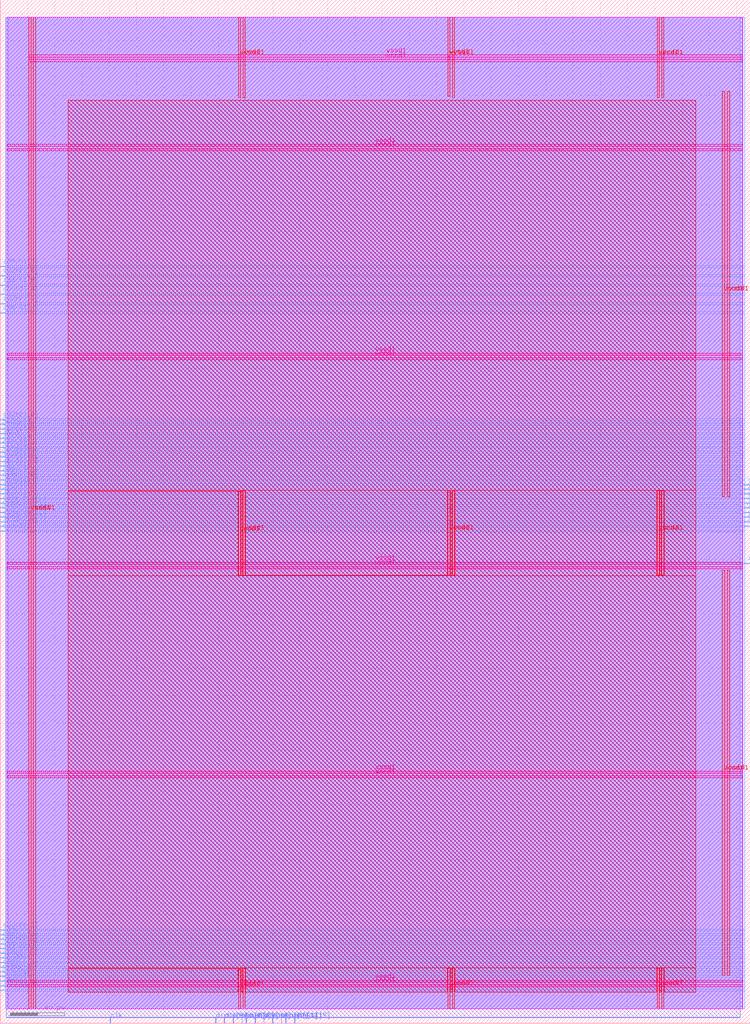
<source format=lef>
VERSION 5.7 ;
  NOWIREEXTENSIONATPIN ON ;
  DIVIDERCHAR "/" ;
  BUSBITCHARS "[]" ;
MACRO counter
  CLASS BLOCK ;
  FOREIGN counter ;
  ORIGIN 0.000 0.000 ;
  SIZE 550.000 BY 750.000 ;
  PIN addr00[0]
    DIRECTION INPUT ;
    USE SIGNAL ;
    ANTENNAGATEAREA 0.647700 ;
    ANTENNADIFFAREA 0.434700 ;
    PORT
      LAYER met3 ;
        RECT 0.000 23.840 4.000 24.440 ;
    END
  END addr00[0]
  PIN addr00[1]
    DIRECTION INPUT ;
    USE SIGNAL ;
    ANTENNAGATEAREA 0.560700 ;
    ANTENNADIFFAREA 0.434700 ;
    PORT
      LAYER met3 ;
        RECT 0.000 40.840 4.000 41.440 ;
    END
  END addr00[1]
  PIN addr00[2]
    DIRECTION INPUT ;
    USE SIGNAL ;
    ANTENNAGATEAREA 0.647700 ;
    ANTENNADIFFAREA 0.434700 ;
    PORT
      LAYER met3 ;
        RECT 0.000 51.040 4.000 51.640 ;
    END
  END addr00[2]
  PIN addr00[3]
    DIRECTION INPUT ;
    USE SIGNAL ;
    ANTENNAGATEAREA 0.647700 ;
    ANTENNADIFFAREA 0.434700 ;
    PORT
      LAYER met3 ;
        RECT 0.000 57.840 4.000 58.440 ;
    END
  END addr00[3]
  PIN addr00[4]
    DIRECTION INPUT ;
    USE SIGNAL ;
    ANTENNAGATEAREA 0.647700 ;
    ANTENNADIFFAREA 0.434700 ;
    PORT
      LAYER met3 ;
        RECT 0.000 61.240 4.000 61.840 ;
    END
  END addr00[4]
  PIN addr00[5]
    DIRECTION INPUT ;
    USE SIGNAL ;
    ANTENNAGATEAREA 0.647700 ;
    ANTENNADIFFAREA 0.434700 ;
    PORT
      LAYER met3 ;
        RECT 0.000 64.640 4.000 65.240 ;
    END
  END addr00[5]
  PIN addr00[6]
    DIRECTION INPUT ;
    USE SIGNAL ;
    ANTENNAGATEAREA 0.647700 ;
    ANTENNADIFFAREA 0.434700 ;
    PORT
      LAYER met3 ;
        RECT 0.000 54.440 4.000 55.040 ;
    END
  END addr00[6]
  PIN addr00[7]
    DIRECTION INPUT ;
    USE SIGNAL ;
    ANTENNAGATEAREA 0.647700 ;
    ANTENNADIFFAREA 0.434700 ;
    PORT
      LAYER met3 ;
        RECT 0.000 68.040 4.000 68.640 ;
    END
  END addr00[7]
  PIN addr01[0]
    DIRECTION INPUT ;
    USE SIGNAL ;
    ANTENNAGATEAREA 0.647700 ;
    ANTENNADIFFAREA 0.434700 ;
    PORT
      LAYER met3 ;
        RECT 0.000 442.040 4.000 442.640 ;
    END
  END addr01[0]
  PIN addr01[1]
    DIRECTION INPUT ;
    USE SIGNAL ;
    ANTENNAGATEAREA 0.560700 ;
    ANTENNADIFFAREA 0.434700 ;
    PORT
      LAYER met3 ;
        RECT 0.000 401.240 4.000 401.840 ;
    END
  END addr01[1]
  PIN addr01[2]
    DIRECTION INPUT ;
    USE SIGNAL ;
    ANTENNAGATEAREA 0.631200 ;
    ANTENNADIFFAREA 0.434700 ;
    PORT
      LAYER met3 ;
        RECT 0.000 520.240 4.000 520.840 ;
    END
  END addr01[2]
  PIN addr01[3]
    DIRECTION INPUT ;
    USE SIGNAL ;
    ANTENNAGATEAREA 0.631200 ;
    ANTENNADIFFAREA 0.434700 ;
    PORT
      LAYER met3 ;
        RECT 0.000 527.040 4.000 527.640 ;
    END
  END addr01[3]
  PIN addr01[4]
    DIRECTION INPUT ;
    USE SIGNAL ;
    ANTENNAGATEAREA 0.631200 ;
    ANTENNADIFFAREA 0.434700 ;
    PORT
      LAYER met3 ;
        RECT 0.000 533.840 4.000 534.440 ;
    END
  END addr01[4]
  PIN addr01[5]
    DIRECTION INPUT ;
    USE SIGNAL ;
    ANTENNAGATEAREA 0.631200 ;
    ANTENNADIFFAREA 0.434700 ;
    PORT
      LAYER met3 ;
        RECT 0.000 540.640 4.000 541.240 ;
    END
  END addr01[5]
  PIN addr01[6]
    DIRECTION INPUT ;
    USE SIGNAL ;
    ANTENNAGATEAREA 0.631200 ;
    ANTENNADIFFAREA 0.434700 ;
    PORT
      LAYER met3 ;
        RECT 0.000 547.440 4.000 548.040 ;
    END
  END addr01[6]
  PIN addr01[7]
    DIRECTION INPUT ;
    USE SIGNAL ;
    ANTENNAGATEAREA 0.631200 ;
    ANTENNADIFFAREA 0.434700 ;
    PORT
      LAYER met3 ;
        RECT 0.000 554.240 4.000 554.840 ;
    END
  END addr01[7]
  PIN clk
    DIRECTION INPUT ;
    USE SIGNAL ;
    ANTENNAGATEAREA 1.286700 ;
    ANTENNADIFFAREA 0.434700 ;
    PORT
      LAYER met2 ;
        RECT 80.590 0.000 80.870 4.000 ;
    END
  END clk
  PIN csb00
    DIRECTION INPUT ;
    USE SIGNAL ;
    ANTENNAGATEAREA 0.631200 ;
    ANTENNADIFFAREA 0.434700 ;
    PORT
      LAYER met3 ;
        RECT 0.000 27.240 4.000 27.840 ;
    END
  END csb00
  PIN csb01
    DIRECTION INPUT ;
    USE SIGNAL ;
    ANTENNAGATEAREA 0.631200 ;
    ANTENNADIFFAREA 0.434700 ;
    PORT
      LAYER met3 ;
        RECT 0.000 428.440 4.000 429.040 ;
    END
  END csb01
  PIN din00[0]
    DIRECTION INPUT ;
    USE SIGNAL ;
    ANTENNAGATEAREA 0.647700 ;
    ANTENNADIFFAREA 0.434700 ;
    PORT
      LAYER met3 ;
        RECT 0.000 30.640 4.000 31.240 ;
    END
  END din00[0]
  PIN din00[10]
    DIRECTION INPUT ;
    USE SIGNAL ;
    ANTENNAGATEAREA 0.631200 ;
    ANTENNADIFFAREA 0.434700 ;
    PORT
      LAYER met2 ;
        RECT 186.850 0.000 187.130 4.000 ;
    END
  END din00[10]
  PIN din00[11]
    DIRECTION INPUT ;
    USE SIGNAL ;
    ANTENNAGATEAREA 0.631200 ;
    ANTENNADIFFAREA 0.434700 ;
    PORT
      LAYER met2 ;
        RECT 193.290 0.000 193.570 4.000 ;
    END
  END din00[11]
  PIN din00[12]
    DIRECTION INPUT ;
    USE SIGNAL ;
    ANTENNAGATEAREA 0.631200 ;
    ANTENNADIFFAREA 0.434700 ;
    PORT
      LAYER met2 ;
        RECT 199.730 0.000 200.010 4.000 ;
    END
  END din00[12]
  PIN din00[13]
    DIRECTION INPUT ;
    USE SIGNAL ;
    ANTENNAGATEAREA 0.631200 ;
    ANTENNADIFFAREA 0.434700 ;
    PORT
      LAYER met2 ;
        RECT 206.170 0.000 206.450 4.000 ;
    END
  END din00[13]
  PIN din00[14]
    DIRECTION INPUT ;
    USE SIGNAL ;
    ANTENNAGATEAREA 0.631200 ;
    ANTENNADIFFAREA 0.434700 ;
    PORT
      LAYER met2 ;
        RECT 209.390 0.000 209.670 4.000 ;
    END
  END din00[14]
  PIN din00[15]
    DIRECTION INPUT ;
    USE SIGNAL ;
    ANTENNAGATEAREA 0.631200 ;
    ANTENNADIFFAREA 0.434700 ;
    PORT
      LAYER met2 ;
        RECT 215.830 0.000 216.110 4.000 ;
    END
  END din00[15]
  PIN din00[1]
    DIRECTION INPUT ;
    USE SIGNAL ;
    ANTENNAGATEAREA 0.647700 ;
    ANTENNADIFFAREA 0.434700 ;
    PORT
      LAYER met3 ;
        RECT 0.000 44.240 4.000 44.840 ;
    END
  END din00[1]
  PIN din00[2]
    DIRECTION INPUT ;
    USE SIGNAL ;
    ANTENNAGATEAREA 0.647700 ;
    ANTENNADIFFAREA 0.434700 ;
    PORT
      LAYER met3 ;
        RECT 0.000 34.040 4.000 34.640 ;
    END
  END din00[2]
  PIN din00[3]
    DIRECTION INPUT ;
    USE SIGNAL ;
    ANTENNAGATEAREA 0.647700 ;
    ANTENNADIFFAREA 0.434700 ;
    PORT
      LAYER met3 ;
        RECT 0.000 47.640 4.000 48.240 ;
    END
  END din00[3]
  PIN din00[4]
    DIRECTION INPUT ;
    USE SIGNAL ;
    ANTENNAGATEAREA 0.647700 ;
    ANTENNADIFFAREA 0.434700 ;
    PORT
      LAYER met3 ;
        RECT 0.000 37.440 4.000 38.040 ;
    END
  END din00[4]
  PIN din00[5]
    DIRECTION INPUT ;
    USE SIGNAL ;
    ANTENNAGATEAREA 0.631200 ;
    ANTENNADIFFAREA 0.434700 ;
    PORT
      LAYER met2 ;
        RECT 157.870 0.000 158.150 4.000 ;
    END
  END din00[5]
  PIN din00[6]
    DIRECTION INPUT ;
    USE SIGNAL ;
    ANTENNAGATEAREA 0.631200 ;
    ANTENNADIFFAREA 0.434700 ;
    PORT
      LAYER met2 ;
        RECT 164.310 0.000 164.590 4.000 ;
    END
  END din00[6]
  PIN din00[7]
    DIRECTION INPUT ;
    USE SIGNAL ;
    ANTENNAGATEAREA 0.631200 ;
    ANTENNADIFFAREA 0.434700 ;
    PORT
      LAYER met2 ;
        RECT 170.750 0.000 171.030 4.000 ;
    END
  END din00[7]
  PIN din00[8]
    DIRECTION INPUT ;
    USE SIGNAL ;
    ANTENNAGATEAREA 0.631200 ;
    ANTENNADIFFAREA 0.434700 ;
    PORT
      LAYER met2 ;
        RECT 177.190 0.000 177.470 4.000 ;
    END
  END din00[8]
  PIN din00[9]
    DIRECTION INPUT ;
    USE SIGNAL ;
    ANTENNAGATEAREA 0.631200 ;
    ANTENNADIFFAREA 0.434700 ;
    PORT
      LAYER met2 ;
        RECT 180.410 0.000 180.690 4.000 ;
    END
  END din00[9]
  PIN din01[0]
    DIRECTION INPUT ;
    USE SIGNAL ;
    ANTENNAGATEAREA 0.647700 ;
    ANTENNADIFFAREA 0.434700 ;
    PORT
      LAYER met3 ;
        RECT 0.000 404.640 4.000 405.240 ;
    END
  END din01[0]
  PIN din01[10]
    DIRECTION INPUT ;
    USE SIGNAL ;
    ANTENNAGATEAREA 0.647700 ;
    ANTENNADIFFAREA 0.434700 ;
    PORT
      LAYER met3 ;
        RECT 0.000 397.840 4.000 398.440 ;
    END
  END din01[10]
  PIN din01[11]
    DIRECTION INPUT ;
    USE SIGNAL ;
    ANTENNAGATEAREA 0.647700 ;
    ANTENNADIFFAREA 0.434700 ;
    PORT
      LAYER met3 ;
        RECT 0.000 408.040 4.000 408.640 ;
    END
  END din01[11]
  PIN din01[12]
    DIRECTION INPUT ;
    USE SIGNAL ;
    ANTENNAGATEAREA 0.647700 ;
    ANTENNADIFFAREA 0.434700 ;
    PORT
      LAYER met3 ;
        RECT 0.000 411.440 4.000 412.040 ;
    END
  END din01[12]
  PIN din01[13]
    DIRECTION INPUT ;
    USE SIGNAL ;
    ANTENNAGATEAREA 0.647700 ;
    ANTENNADIFFAREA 0.434700 ;
    PORT
      LAYER met3 ;
        RECT 0.000 414.840 4.000 415.440 ;
    END
  END din01[13]
  PIN din01[14]
    DIRECTION INPUT ;
    USE SIGNAL ;
    ANTENNAGATEAREA 0.647700 ;
    ANTENNADIFFAREA 0.434700 ;
    PORT
      LAYER met3 ;
        RECT 0.000 394.440 4.000 395.040 ;
    END
  END din01[14]
  PIN din01[15]
    DIRECTION INPUT ;
    USE SIGNAL ;
    ANTENNAGATEAREA 0.647700 ;
    ANTENNADIFFAREA 0.434700 ;
    PORT
      LAYER met3 ;
        RECT 0.000 384.240 4.000 384.840 ;
    END
  END din01[15]
  PIN din01[1]
    DIRECTION INPUT ;
    USE SIGNAL ;
    ANTENNAGATEAREA 0.647700 ;
    ANTENNADIFFAREA 0.434700 ;
    PORT
      LAYER met3 ;
        RECT 0.000 421.640 4.000 422.240 ;
    END
  END din01[1]
  PIN din01[2]
    DIRECTION INPUT ;
    USE SIGNAL ;
    ANTENNAGATEAREA 0.647700 ;
    ANTENNADIFFAREA 0.434700 ;
    PORT
      LAYER met3 ;
        RECT 0.000 360.440 4.000 361.040 ;
    END
  END din01[2]
  PIN din01[3]
    DIRECTION INPUT ;
    USE SIGNAL ;
    ANTENNAGATEAREA 0.647700 ;
    ANTENNADIFFAREA 0.434700 ;
    PORT
      LAYER met3 ;
        RECT 0.000 391.040 4.000 391.640 ;
    END
  END din01[3]
  PIN din01[4]
    DIRECTION INPUT ;
    USE SIGNAL ;
    ANTENNAGATEAREA 0.647700 ;
    ANTENNADIFFAREA 0.434700 ;
    PORT
      LAYER met3 ;
        RECT 0.000 431.840 4.000 432.440 ;
    END
  END din01[4]
  PIN din01[5]
    DIRECTION INPUT ;
    USE SIGNAL ;
    ANTENNAGATEAREA 0.647700 ;
    ANTENNADIFFAREA 0.434700 ;
    PORT
      LAYER met3 ;
        RECT 0.000 418.240 4.000 418.840 ;
    END
  END din01[5]
  PIN din01[6]
    DIRECTION INPUT ;
    USE SIGNAL ;
    ANTENNAGATEAREA 0.647700 ;
    ANTENNADIFFAREA 0.434700 ;
    PORT
      LAYER met3 ;
        RECT 0.000 425.040 4.000 425.640 ;
    END
  END din01[6]
  PIN din01[7]
    DIRECTION INPUT ;
    USE SIGNAL ;
    ANTENNAGATEAREA 0.647700 ;
    ANTENNADIFFAREA 0.434700 ;
    PORT
      LAYER met3 ;
        RECT 0.000 387.640 4.000 388.240 ;
    END
  END din01[7]
  PIN din01[8]
    DIRECTION INPUT ;
    USE SIGNAL ;
    ANTENNAGATEAREA 0.647700 ;
    ANTENNADIFFAREA 0.434700 ;
    PORT
      LAYER met3 ;
        RECT 0.000 435.240 4.000 435.840 ;
    END
  END din01[8]
  PIN din01[9]
    DIRECTION INPUT ;
    USE SIGNAL ;
    ANTENNAGATEAREA 0.647700 ;
    ANTENNADIFFAREA 0.434700 ;
    PORT
      LAYER met3 ;
        RECT 0.000 438.640 4.000 439.240 ;
    END
  END din01[9]
  PIN rst
    DIRECTION INPUT ;
    USE SIGNAL ;
    ANTENNAGATEAREA 0.631200 ;
    ANTENNADIFFAREA 0.434700 ;
    PORT
      LAYER met3 ;
        RECT 546.000 336.640 550.000 337.240 ;
    END
  END rst
  PIN sine_out[0]
    DIRECTION OUTPUT ;
    USE SIGNAL ;
    ANTENNADIFFAREA 0.340600 ;
    PORT
      LAYER met3 ;
        RECT 0.000 380.840 4.000 381.440 ;
    END
  END sine_out[0]
  PIN sine_out[10]
    DIRECTION OUTPUT ;
    USE SIGNAL ;
    ANTENNADIFFAREA 0.340600 ;
    PORT
      LAYER met3 ;
        RECT 546.000 363.840 550.000 364.440 ;
    END
  END sine_out[10]
  PIN sine_out[11]
    DIRECTION OUTPUT ;
    USE SIGNAL ;
    ANTENNADIFFAREA 0.340600 ;
    PORT
      LAYER met3 ;
        RECT 546.000 394.440 550.000 395.040 ;
    END
  END sine_out[11]
  PIN sine_out[12]
    DIRECTION OUTPUT ;
    USE SIGNAL ;
    ANTENNADIFFAREA 0.340600 ;
    PORT
      LAYER met3 ;
        RECT 546.000 391.040 550.000 391.640 ;
    END
  END sine_out[12]
  PIN sine_out[13]
    DIRECTION OUTPUT ;
    USE SIGNAL ;
    ANTENNADIFFAREA 0.340600 ;
    PORT
      LAYER met3 ;
        RECT 546.000 387.640 550.000 388.240 ;
    END
  END sine_out[13]
  PIN sine_out[14]
    DIRECTION OUTPUT ;
    USE SIGNAL ;
    ANTENNADIFFAREA 0.340600 ;
    PORT
      LAYER met3 ;
        RECT 546.000 380.840 550.000 381.440 ;
    END
  END sine_out[14]
  PIN sine_out[15]
    DIRECTION OUTPUT ;
    USE SIGNAL ;
    ANTENNADIFFAREA 0.340600 ;
    PORT
      LAYER met3 ;
        RECT 546.000 384.240 550.000 384.840 ;
    END
  END sine_out[15]
  PIN sine_out[1]
    DIRECTION OUTPUT ;
    USE SIGNAL ;
    ANTENNADIFFAREA 0.340600 ;
    PORT
      LAYER met3 ;
        RECT 0.000 363.840 4.000 364.440 ;
    END
  END sine_out[1]
  PIN sine_out[2]
    DIRECTION OUTPUT ;
    USE SIGNAL ;
    ANTENNADIFFAREA 0.340600 ;
    PORT
      LAYER met3 ;
        RECT 0.000 367.240 4.000 367.840 ;
    END
  END sine_out[2]
  PIN sine_out[3]
    DIRECTION OUTPUT ;
    USE SIGNAL ;
    ANTENNADIFFAREA 0.340600 ;
    PORT
      LAYER met3 ;
        RECT 0.000 370.640 4.000 371.240 ;
    END
  END sine_out[3]
  PIN sine_out[4]
    DIRECTION OUTPUT ;
    USE SIGNAL ;
    ANTENNADIFFAREA 0.340600 ;
    PORT
      LAYER met3 ;
        RECT 0.000 374.040 4.000 374.640 ;
    END
  END sine_out[4]
  PIN sine_out[5]
    DIRECTION OUTPUT ;
    USE SIGNAL ;
    ANTENNADIFFAREA 0.340600 ;
    PORT
      LAYER met3 ;
        RECT 0.000 377.440 4.000 378.040 ;
    END
  END sine_out[5]
  PIN sine_out[6]
    DIRECTION OUTPUT ;
    USE SIGNAL ;
    ANTENNADIFFAREA 0.340600 ;
    PORT
      LAYER met3 ;
        RECT 546.000 367.240 550.000 367.840 ;
    END
  END sine_out[6]
  PIN sine_out[7]
    DIRECTION OUTPUT ;
    USE SIGNAL ;
    ANTENNADIFFAREA 0.340600 ;
    PORT
      LAYER met3 ;
        RECT 546.000 370.640 550.000 371.240 ;
    END
  END sine_out[7]
  PIN sine_out[8]
    DIRECTION OUTPUT ;
    USE SIGNAL ;
    ANTENNADIFFAREA 0.340600 ;
    PORT
      LAYER met3 ;
        RECT 546.000 374.040 550.000 374.640 ;
    END
  END sine_out[8]
  PIN sine_out[9]
    DIRECTION OUTPUT ;
    USE SIGNAL ;
    ANTENNADIFFAREA 0.340600 ;
    PORT
      LAYER met3 ;
        RECT 546.000 377.440 550.000 378.040 ;
    END
  END sine_out[9]
  PIN vccd1
    DIRECTION INOUT ;
    USE POWER ;
    PORT
      LAYER met4 ;
        RECT 21.040 10.640 22.640 737.360 ;
    END
    PORT
      LAYER met4 ;
        RECT 174.640 10.640 176.240 39.400 ;
    END
    PORT
      LAYER met4 ;
        RECT 174.640 328.250 176.240 389.400 ;
    END
    PORT
      LAYER met4 ;
        RECT 174.640 678.250 176.240 737.360 ;
    END
    PORT
      LAYER met4 ;
        RECT 328.240 10.640 329.840 40.320 ;
    END
    PORT
      LAYER met4 ;
        RECT 328.240 328.880 329.840 390.320 ;
    END
    PORT
      LAYER met4 ;
        RECT 328.240 679.170 329.840 737.360 ;
    END
    PORT
      LAYER met4 ;
        RECT 481.840 10.640 483.440 40.320 ;
    END
    PORT
      LAYER met4 ;
        RECT 481.840 328.250 483.440 390.320 ;
    END
    PORT
      LAYER met4 ;
        RECT 481.840 678.250 483.440 737.360 ;
    END
    PORT
      LAYER met5 ;
        RECT 5.280 26.730 544.420 28.330 ;
    END
    PORT
      LAYER met5 ;
        RECT 5.280 179.910 544.420 181.510 ;
    END
    PORT
      LAYER met5 ;
        RECT 5.280 333.090 544.420 334.690 ;
    END
    PORT
      LAYER met5 ;
        RECT 5.280 486.270 544.420 487.870 ;
    END
    PORT
      LAYER met5 ;
        RECT 5.280 639.450 544.420 641.050 ;
    END
    PORT
      LAYER met4 ;
        RECT 529.580 35.120 531.180 332.080 ;
    END
    PORT
      LAYER met4 ;
        RECT 529.580 386.000 531.180 682.960 ;
    END
    PORT
      LAYER met5 ;
        RECT 21.040 704.700 544.420 706.300 ;
    END
  END vccd1
  PIN vssd1
    DIRECTION INOUT ;
    USE GROUND ;
    PORT
      LAYER met4 ;
        RECT 24.340 10.640 25.940 737.360 ;
    END
    PORT
      LAYER met4 ;
        RECT 177.940 10.640 179.540 40.320 ;
    END
    PORT
      LAYER met4 ;
        RECT 177.940 328.250 179.540 390.320 ;
    END
    PORT
      LAYER met4 ;
        RECT 177.940 678.250 179.540 737.360 ;
    END
    PORT
      LAYER met4 ;
        RECT 331.540 10.640 333.140 40.320 ;
    END
    PORT
      LAYER met4 ;
        RECT 331.540 328.250 333.140 390.320 ;
    END
    PORT
      LAYER met4 ;
        RECT 331.540 678.250 333.140 737.360 ;
    END
    PORT
      LAYER met4 ;
        RECT 485.140 10.640 486.740 40.320 ;
    END
    PORT
      LAYER met4 ;
        RECT 485.140 328.250 486.740 390.320 ;
    END
    PORT
      LAYER met4 ;
        RECT 485.140 678.250 486.740 737.360 ;
    END
    PORT
      LAYER met5 ;
        RECT 5.280 30.030 544.420 31.630 ;
    END
    PORT
      LAYER met5 ;
        RECT 5.280 183.210 544.420 184.810 ;
    END
    PORT
      LAYER met5 ;
        RECT 5.280 336.390 544.420 337.990 ;
    END
    PORT
      LAYER met5 ;
        RECT 5.280 489.570 544.420 491.170 ;
    END
    PORT
      LAYER met5 ;
        RECT 5.280 642.750 544.420 644.350 ;
    END
    PORT
      LAYER met4 ;
        RECT 533.260 35.120 534.860 332.080 ;
    END
    PORT
      LAYER met4 ;
        RECT 533.260 386.000 534.860 682.960 ;
    END
    PORT
      LAYER met5 ;
        RECT 21.040 708.100 544.420 709.700 ;
    END
  END vssd1
  OBS
      LAYER nwell ;
        RECT 5.330 10.795 544.370 737.310 ;
      LAYER li1 ;
        RECT 5.520 10.795 544.180 737.205 ;
      LAYER met1 ;
        RECT 4.210 10.640 544.180 737.360 ;
      LAYER met2 ;
        RECT 4.230 4.280 542.710 737.305 ;
        RECT 4.230 4.000 80.310 4.280 ;
        RECT 81.150 4.000 157.590 4.280 ;
        RECT 158.430 4.000 164.030 4.280 ;
        RECT 164.870 4.000 170.470 4.280 ;
        RECT 171.310 4.000 176.910 4.280 ;
        RECT 177.750 4.000 180.130 4.280 ;
        RECT 180.970 4.000 186.570 4.280 ;
        RECT 187.410 4.000 193.010 4.280 ;
        RECT 193.850 4.000 199.450 4.280 ;
        RECT 200.290 4.000 205.890 4.280 ;
        RECT 206.730 4.000 209.110 4.280 ;
        RECT 209.950 4.000 215.550 4.280 ;
        RECT 216.390 4.000 542.710 4.280 ;
      LAYER met3 ;
        RECT 3.990 555.240 546.000 737.285 ;
        RECT 4.400 553.840 546.000 555.240 ;
        RECT 3.990 548.440 546.000 553.840 ;
        RECT 4.400 547.040 546.000 548.440 ;
        RECT 3.990 541.640 546.000 547.040 ;
        RECT 4.400 540.240 546.000 541.640 ;
        RECT 3.990 534.840 546.000 540.240 ;
        RECT 4.400 533.440 546.000 534.840 ;
        RECT 3.990 528.040 546.000 533.440 ;
        RECT 4.400 526.640 546.000 528.040 ;
        RECT 3.990 521.240 546.000 526.640 ;
        RECT 4.400 519.840 546.000 521.240 ;
        RECT 3.990 443.040 546.000 519.840 ;
        RECT 4.400 441.640 546.000 443.040 ;
        RECT 3.990 439.640 546.000 441.640 ;
        RECT 4.400 438.240 546.000 439.640 ;
        RECT 3.990 436.240 546.000 438.240 ;
        RECT 4.400 434.840 546.000 436.240 ;
        RECT 3.990 432.840 546.000 434.840 ;
        RECT 4.400 431.440 546.000 432.840 ;
        RECT 3.990 429.440 546.000 431.440 ;
        RECT 4.400 428.040 546.000 429.440 ;
        RECT 3.990 426.040 546.000 428.040 ;
        RECT 4.400 424.640 546.000 426.040 ;
        RECT 3.990 422.640 546.000 424.640 ;
        RECT 4.400 421.240 546.000 422.640 ;
        RECT 3.990 419.240 546.000 421.240 ;
        RECT 4.400 417.840 546.000 419.240 ;
        RECT 3.990 415.840 546.000 417.840 ;
        RECT 4.400 414.440 546.000 415.840 ;
        RECT 3.990 412.440 546.000 414.440 ;
        RECT 4.400 411.040 546.000 412.440 ;
        RECT 3.990 409.040 546.000 411.040 ;
        RECT 4.400 407.640 546.000 409.040 ;
        RECT 3.990 405.640 546.000 407.640 ;
        RECT 4.400 404.240 546.000 405.640 ;
        RECT 3.990 402.240 546.000 404.240 ;
        RECT 4.400 400.840 546.000 402.240 ;
        RECT 3.990 398.840 546.000 400.840 ;
        RECT 4.400 397.440 546.000 398.840 ;
        RECT 3.990 395.440 546.000 397.440 ;
        RECT 4.400 394.040 545.600 395.440 ;
        RECT 3.990 392.040 546.000 394.040 ;
        RECT 4.400 390.640 545.600 392.040 ;
        RECT 3.990 388.640 546.000 390.640 ;
        RECT 4.400 387.240 545.600 388.640 ;
        RECT 3.990 385.240 546.000 387.240 ;
        RECT 4.400 383.840 545.600 385.240 ;
        RECT 3.990 381.840 546.000 383.840 ;
        RECT 4.400 380.440 545.600 381.840 ;
        RECT 3.990 378.440 546.000 380.440 ;
        RECT 4.400 377.040 545.600 378.440 ;
        RECT 3.990 375.040 546.000 377.040 ;
        RECT 4.400 373.640 545.600 375.040 ;
        RECT 3.990 371.640 546.000 373.640 ;
        RECT 4.400 370.240 545.600 371.640 ;
        RECT 3.990 368.240 546.000 370.240 ;
        RECT 4.400 366.840 545.600 368.240 ;
        RECT 3.990 364.840 546.000 366.840 ;
        RECT 4.400 363.440 545.600 364.840 ;
        RECT 3.990 361.440 546.000 363.440 ;
        RECT 4.400 360.040 546.000 361.440 ;
        RECT 3.990 337.640 546.000 360.040 ;
        RECT 3.990 336.240 545.600 337.640 ;
        RECT 3.990 69.040 546.000 336.240 ;
        RECT 4.400 67.640 546.000 69.040 ;
        RECT 3.990 65.640 546.000 67.640 ;
        RECT 4.400 64.240 546.000 65.640 ;
        RECT 3.990 62.240 546.000 64.240 ;
        RECT 4.400 60.840 546.000 62.240 ;
        RECT 3.990 58.840 546.000 60.840 ;
        RECT 4.400 57.440 546.000 58.840 ;
        RECT 3.990 55.440 546.000 57.440 ;
        RECT 4.400 54.040 546.000 55.440 ;
        RECT 3.990 52.040 546.000 54.040 ;
        RECT 4.400 50.640 546.000 52.040 ;
        RECT 3.990 48.640 546.000 50.640 ;
        RECT 4.400 47.240 546.000 48.640 ;
        RECT 3.990 45.240 546.000 47.240 ;
        RECT 4.400 43.840 546.000 45.240 ;
        RECT 3.990 41.840 546.000 43.840 ;
        RECT 4.400 40.440 546.000 41.840 ;
        RECT 3.990 38.440 546.000 40.440 ;
        RECT 4.400 37.040 546.000 38.440 ;
        RECT 3.990 35.040 546.000 37.040 ;
        RECT 4.400 33.640 546.000 35.040 ;
        RECT 3.990 31.640 546.000 33.640 ;
        RECT 4.400 30.240 546.000 31.640 ;
        RECT 3.990 28.240 546.000 30.240 ;
        RECT 4.400 26.840 546.000 28.240 ;
        RECT 3.990 24.840 546.000 26.840 ;
        RECT 4.400 23.440 546.000 24.840 ;
        RECT 3.990 10.715 546.000 23.440 ;
      LAYER met4 ;
        RECT 50.000 390.720 509.900 676.425 ;
        RECT 50.000 389.800 177.540 390.720 ;
        RECT 50.000 327.850 174.240 389.800 ;
        RECT 176.640 327.850 177.540 389.800 ;
        RECT 179.940 328.480 327.840 390.720 ;
        RECT 330.240 328.480 331.140 390.720 ;
        RECT 179.940 327.850 331.140 328.480 ;
        RECT 333.540 327.850 481.440 390.720 ;
        RECT 483.840 327.850 484.740 390.720 ;
        RECT 487.140 327.850 509.900 390.720 ;
        RECT 50.000 40.720 509.900 327.850 ;
        RECT 50.000 39.800 177.540 40.720 ;
        RECT 50.000 22.615 174.240 39.800 ;
        RECT 176.640 22.615 177.540 39.800 ;
        RECT 179.940 22.615 327.840 40.720 ;
        RECT 330.240 22.615 331.140 40.720 ;
        RECT 333.540 22.615 481.440 40.720 ;
        RECT 483.840 22.615 484.740 40.720 ;
        RECT 487.140 22.615 509.900 40.720 ;
  END
END counter
END LIBRARY


</source>
